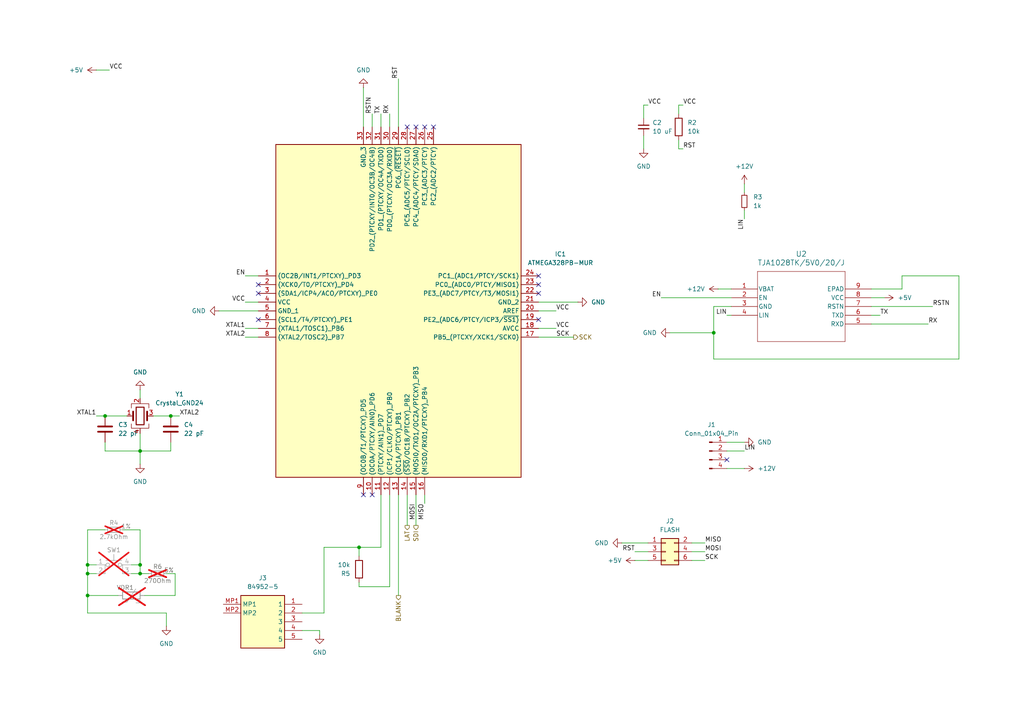
<source format=kicad_sch>
(kicad_sch (version 20250114) (generator "eeschema") (generator_version "9.0")
  (paper "A4")
  (lib_symbols
    (symbol "00_RA_Library:84952-5"
      (property "Reference" "J" (at 19.05 7.62 0))
      (property "Value" "84952-5" (at 19.05 5.08 0))
      (symbol "84952-5_1_1"
        (rectangle (start 5.08 2.54) (end 17.78 -12.7) (stroke (width 0.254)) (fill (type background)))
        (pin passive line (at 0 0 0) (length 5.08) (name "MP1") (number "MP1"))
        (pin passive line (at 0 -2.54 0) (length 5.08) (name "MP2") (number "MP2"))
        (pin passive line (at 22.86 0 180) (length 5.08) (name "1") (number "1"))
        (pin passive line (at 22.86 -2.54 180) (length 5.08) (name "2") (number "2"))
        (pin passive line (at 22.86 -5.08 180) (length 5.08) (name "3") (number "3"))
        (pin passive line (at 22.86 -7.62 180) (length 5.08) (name "4") (number "4"))
        (pin passive line (at 22.86 -10.16 180) (length 5.08) (name "5") (number "5"))
      )
    )
    (symbol "00_RA_Library:ATMEGA328PB-MUR"
      (property "Reference" "IC" (at 77.47 43.18 0))
      (property "Value" "ATMEGA328PB-MUR" (at 77.47 40.64 0))
      (symbol "ATMEGA328PB-MUR_1_1"
        (rectangle (start 5.08 38.1) (end 76.2 -58.42) (stroke (width 0.254)) (fill (type background)))
        (pin passive line (at 0 0 0) (length 5.08) (name "(OC2B/INT1/PTCXY)_PD3") (number "1"))
        (pin passive line (at 0 -2.54 0) (length 5.08) (name "(XCK0/T0/PTCXY)_PD4") (number "2"))
        (pin passive line (at 0 -5.08 0) (length 5.08) (name "(SDA1/ICP4/ACO/PTCXY)_PE0") (number "3"))
        (pin passive line (at 0 -7.62 0) (length 5.08) (name "VCC") (number "4"))
        (pin passive line (at 0 -10.16 0) (length 5.08) (name "GND_1") (number "5"))
        (pin passive line (at 0 -12.7 0) (length 5.08) (name "(SCL1/T4/PTCXY)_PE1") (number "6"))
        (pin passive line (at 0 -15.24 0) (length 5.08) (name "(XTAL1/TOSC1)_PB6") (number "7"))
        (pin passive line (at 0 -17.78 0) (length 5.08) (name "(XTAL2/TOSC2)_PB7") (number "8"))
        (pin passive line (at 30.48 43.18 270) (length 5.08) (name "GND_3") (number "33"))
        (pin passive line (at 30.48 -63.5 90) (length 5.08) (name "(OC0B/T1/PTCXY)_PD5") (number "9"))
        (pin passive line (at 33.02 43.18 270) (length 5.08) (name "PD2_(PTCXY/INT0/OC3B/OC4B)") (number "32"))
        (pin passive line (at 33.02 -63.5 90) (length 5.08) (name "(OC0A/PTCXY/AIN0)_PD6") (number "10"))
        (pin passive line (at 35.56 43.18 270) (length 5.08) (name "PD1_(PTCXY/OC4A/TXD0)") (number "31"))
        (pin passive line (at 35.56 -63.5 90) (length 5.08) (name "(PTCXY/AIN1)_PD7") (number "11"))
        (pin passive line (at 38.1 43.18 270) (length 5.08) (name "PD0_(PTCXY/OC3A/RXD0)") (number "30"))
        (pin passive line (at 38.1 -63.5 90) (length 5.08) (name "(ICP1/CLKO/PTCXY)_PB0") (number "12"))
        (pin passive line (at 40.64 43.18 270) (length 5.08) (name "PC6_(~{RESET)}") (number "29"))
        (pin passive line (at 40.64 -63.5 90) (length 5.08) (name "(OC1A/PTCXY)_PB1") (number "13"))
        (pin passive line (at 43.18 43.18 270) (length 5.08) (name "PC5_(ADC5/PTCY/SCL0)") (number "28"))
        (pin passive line (at 43.18 -63.5 90) (length 5.08) (name "(~{SS0}/OC1B/PTCXY)_PB2") (number "14"))
        (pin passive line (at 45.72 43.18 270) (length 5.08) (name "PC4_(ADC4/PTCY/SDA0)") (number "27"))
        (pin passive line (at 45.72 -63.5 90) (length 5.08) (name "(MOSI0/TXD1/OC2A/PTCXY)_PB3") (number "15"))
        (pin passive line (at 48.26 43.18 270) (length 5.08) (name "PC3_(ADC3/PTCY)") (number "26"))
        (pin passive line (at 48.26 -63.5 90) (length 5.08) (name "(MISO0/RXD1/PTCXY)_PB4") (number "16"))
        (pin passive line (at 50.8 43.18 270) (length 5.08) (name "PC2_(ADC2/PTCY)") (number "25"))
        (pin passive line (at 81.28 0 180) (length 5.08) (name "PC1_(ADC1/PTCY/SCK1)") (number "24"))
        (pin passive line (at 81.28 -2.54 180) (length 5.08) (name "PC0_(ADC0/PTCY/MISO1)") (number "23"))
        (pin passive line (at 81.28 -5.08 180) (length 5.08) (name "PE3_(ADC7/PTCY/T3/MOSI1)") (number "22"))
        (pin passive line (at 81.28 -7.62 180) (length 5.08) (name "GND_2") (number "21"))
        (pin passive line (at 81.28 -10.16 180) (length 5.08) (name "AREF") (number "20"))
        (pin passive line (at 81.28 -12.7 180) (length 5.08) (name "PE2_(ADC6/PTCY/ICP3/~{SS1)}") (number "19"))
        (pin passive line (at 81.28 -15.24 180) (length 5.08) (name "AVCC") (number "18"))
        (pin passive line (at 81.28 -17.78 180) (length 5.08) (name "PB5_(PTCXY/XCK1/SCK0)") (number "17"))
      )
    )
    (symbol "00_RA_Library:TJA1028TK_5V0_20_J" (pin_names (offset 0.254))
      (property "Reference" "U" (at 20.32 10.16 0))
      (property "Value" "TJA1028TK/5V0/20/J" (at 20.32 7.62 0))
      (symbol "TJA1028TK_5V0_20_J_0_1"
        (polyline (pts (xy 7.62 5.08) (xy 7.62 -15.24)) (stroke (width 0.127)))
        (polyline (pts (xy 7.62 -15.24) (xy 33.02 -15.24)) (stroke (width 0.127)))
        (polyline (pts (xy 33.02 5.08) (xy 7.62 5.08)) (stroke (width 0.127)))
        (polyline (pts (xy 33.02 -15.24) (xy 33.02 5.08)) (stroke (width 0.127)))
        (pin power_in line (at 0 0 0) (length 7.62) (name "VBAT") (number "1"))
        (pin input line (at 0 -2.54 0) (length 7.62) (name "EN") (number "2"))
        (pin power_in line (at 0 -5.08 0) (length 7.62) (name "GND") (number "3"))
        (pin unspecified line (at 0 -7.62 0) (length 7.62) (name "LIN") (number "4"))
        (pin unspecified line (at 40.64 0 180) (length 7.62) (name "EPAD") (number "9"))
        (pin power_in line (at 40.64 -2.54 180) (length 7.62) (name "VCC") (number "8"))
        (pin output line (at 40.64 -5.08 180) (length 7.62) (name "RSTN") (number "7"))
        (pin input line (at 40.64 -7.62 180) (length 7.62) (name "TXD") (number "6"))
        (pin output line (at 40.64 -10.16 180) (length 7.62) (name "RXD") (number "5"))
      )
    )
    (symbol "Connector:Conn_01x04_Pin" (pin_names (offset 1.016) (hide yes))
      (property "Reference" "J" (at 0 5.08 0))
      (property "Value" "Conn_01x04_Pin" (at 0 -7.62 0))
      (symbol "Conn_01x04_Pin_1_1"
        (rectangle (start 0.8636 2.667) (end 0 2.413) (stroke (width 0.1524)) (fill (type outline)))
        (rectangle (start 0.8636 0.127) (end 0 -0.127) (stroke (width 0.1524)) (fill (type outline)))
        (rectangle (start 0.8636 -2.413) (end 0 -2.667) (stroke (width 0.1524)) (fill (type outline)))
        (rectangle (start 0.8636 -4.953) (end 0 -5.207) (stroke (width 0.1524)) (fill (type outline)))
        (polyline (pts (xy 1.27 2.54) (xy 0.8636 2.54)) (stroke (width 0.1524)))
        (polyline (pts (xy 1.27 0) (xy 0.8636 0)) (stroke (width 0.1524)))
        (polyline (pts (xy 1.27 -2.54) (xy 0.8636 -2.54)) (stroke (width 0.1524)))
        (polyline (pts (xy 1.27 -5.08) (xy 0.8636 -5.08)) (stroke (width 0.1524)))
        (pin passive line (at 5.08 2.54 180) (length 3.81) (name "Pin_1") (number "1"))
        (pin passive line (at 5.08 0 180) (length 3.81) (name "Pin_2") (number "2"))
        (pin passive line (at 5.08 -2.54 180) (length 3.81) (name "Pin_3") (number "3"))
        (pin passive line (at 5.08 -5.08 180) (length 3.81) (name "Pin_4") (number "4"))
      )
    )
    (symbol "Connector_Generic:Conn_02x03_Odd_Even" (pin_names (offset 1.016) (hide yes))
      (property "Reference" "J" (at 1.27 5.08 0))
      (property "Value" "Conn_02x03_Odd_Even" (at 1.27 -5.08 0))
      (symbol "Conn_02x03_Odd_Even_1_1"
        (rectangle (start -1.27 3.81) (end 3.81 -3.81) (stroke (width 0.254)) (fill (type background)))
        (rectangle (start -1.27 2.667) (end 0 2.413) (stroke (width 0.1524)))
        (rectangle (start -1.27 0.127) (end 0 -0.127) (stroke (width 0.1524)))
        (rectangle (start -1.27 -2.413) (end 0 -2.667) (stroke (width 0.1524)))
        (rectangle (start 3.81 2.667) (end 2.54 2.413) (stroke (width 0.1524)))
        (rectangle (start 3.81 0.127) (end 2.54 -0.127) (stroke (width 0.1524)))
        (rectangle (start 3.81 -2.413) (end 2.54 -2.667) (stroke (width 0.1524)))
        (pin passive line (at -5.08 2.54 0) (length 3.81) (name "Pin_1") (number "1"))
        (pin passive line (at -5.08 0 0) (length 3.81) (name "Pin_3") (number "3"))
        (pin passive line (at -5.08 -2.54 0) (length 3.81) (name "Pin_5") (number "5"))
        (pin passive line (at 7.62 2.54 180) (length 3.81) (name "Pin_2") (number "2"))
        (pin passive line (at 7.62 0 180) (length 3.81) (name "Pin_4") (number "4"))
        (pin passive line (at 7.62 -2.54 180) (length 3.81) (name "Pin_6") (number "6"))
      )
    )
    (symbol "Device:C" (pin_numbers (hide yes)) (pin_names (offset 0.254))
      (property "Reference" "C" (at 0.635 2.54 0))
      (property "Value" "C" (at 0.635 -2.54 0))
      (symbol "C_0_1"
        (polyline (pts (xy -2.032 0.762) (xy 2.032 0.762)) (stroke (width 0.508)))
        (polyline (pts (xy -2.032 -0.762) (xy 2.032 -0.762)) (stroke (width 0.508)))
      )
      (symbol "C_1_1"
        (pin passive line (at 0 3.81 270) (length 2.794) (name "~") (number "1"))
        (pin passive line (at 0 -3.81 90) (length 2.794) (name "~") (number "2"))
      )
    )
    (symbol "Device:C_Small" (pin_numbers (hide yes)) (pin_names (offset 0.254) (hide yes))
      (property "Reference" "C" (at 0.254 1.778 0))
      (property "Value" "C_Small" (at 0.254 -2.032 0))
      (symbol "C_Small_0_1"
        (polyline (pts (xy -1.524 0.508) (xy 1.524 0.508)) (stroke (width 0.3048)))
        (polyline (pts (xy -1.524 -0.508) (xy 1.524 -0.508)) (stroke (width 0.3302)))
      )
      (symbol "C_Small_1_1"
        (pin passive line (at 0 2.54 270) (length 2.032) (name "~") (number "1"))
        (pin passive line (at 0 -2.54 90) (length 2.032) (name "~") (number "2"))
      )
    )
    (symbol "Device:Crystal_GND24" (pin_names (offset 1.016) (hide yes))
      (property "Reference" "Y" (at 3.175 5.08 0))
      (property "Value" "Crystal_GND24" (at 3.175 3.175 0))
      (symbol "Crystal_GND24_0_1"
        (polyline (pts (xy -2.54 2.286) (xy -2.54 3.556) (xy 2.54 3.556) (xy 2.54 2.286)))
        (polyline (pts (xy -2.54 0) (xy -2.032 0)))
        (polyline (pts (xy -2.54 -2.286) (xy -2.54 -3.556) (xy 2.54 -3.556) (xy 2.54 -2.286)))
        (polyline (pts (xy -2.032 -1.27) (xy -2.032 1.27)) (stroke (width 0.508)))
        (rectangle (start -1.143 2.54) (end 1.143 -2.54) (stroke (width 0.3048)))
        (polyline (pts (xy 0 3.556) (xy 0 3.81)))
        (polyline (pts (xy 0 -3.81) (xy 0 -3.556)))
        (polyline (pts (xy 2.032 0) (xy 2.54 0)))
        (polyline (pts (xy 2.032 -1.27) (xy 2.032 1.27)) (stroke (width 0.508)))
      )
      (symbol "Crystal_GND24_1_1"
        (pin passive line (at -3.81 0 0) (length 1.27) (name "1") (number "1"))
        (pin passive line (at 0 5.08 270) (length 1.27) (name "2") (number "2"))
        (pin passive line (at 0 -5.08 90) (length 1.27) (name "4") (number "4"))
        (pin passive line (at 3.81 0 180) (length 1.27) (name "3") (number "3"))
      )
    )
    (symbol "Device:R" (pin_numbers (hide yes)) (pin_names (offset 0))
      (property "Reference" "R" (at 2.032 0 90))
      (property "Value" "R" (at 0 0 90))
      (symbol "R_0_1"
        (rectangle (start -1.016 -2.54) (end 1.016 2.54) (stroke (width 0.254)))
      )
      (symbol "R_1_1"
        (pin passive line (at 0 3.81 270) (length 1.27) (name "~") (number "1"))
        (pin passive line (at 0 -3.81 90) (length 1.27) (name "~") (number "2"))
      )
    )
    (symbol "Device:R_Small" (pin_numbers (hide yes)) (pin_names (offset 0.254) (hide yes))
      (property "Reference" "R" (at 0.762 0.508 0))
      (property "Value" "R_Small" (at 0.762 -1.016 0))
      (symbol "R_Small_0_1"
        (rectangle (start -0.762 1.778) (end 0.762 -1.778) (stroke (width 0.2032)))
      )
      (symbol "R_Small_1_1"
        (pin passive line (at 0 2.54 270) (length 0.762) (name "~") (number "1"))
        (pin passive line (at 0 -2.54 90) (length 0.762) (name "~") (number "2"))
      )
    )
    (symbol "Device:Varistor" (pin_numbers (hide yes)) (pin_names (offset 0))
      (property "Reference" "RV" (at 3.175 0 90))
      (property "Value" "Varistor" (at -3.175 0 90))
      (symbol "Varistor_0_0"
        (text "U" (at -1.778 -2.032 0) (effects (font (size 1.27 1.27))))
      )
      (symbol "Varistor_0_1"
        (polyline (pts (xy -1.905 2.54) (xy -1.905 1.27) (xy 1.905 -1.27)))
        (rectangle (start -1.016 -2.54) (end 1.016 2.54) (stroke (width 0.254)))
      )
      (symbol "Varistor_1_1"
        (pin passive line (at 0 3.81 270) (length 1.27) (name "~") (number "1"))
        (pin passive line (at 0 -3.81 90) (length 1.27) (name "~") (number "2"))
      )
    )
    (symbol "Switch:SW_MEC_5E" (pin_names (offset 1.016) (hide yes))
      (property "Reference" "SW" (at 0.635 5.715 0))
      (property "Value" "SW_MEC_5E" (at 0 -3.175 0))
      (symbol "SW_MEC_5E_0_1"
        (polyline (pts (xy -2.54 0) (xy -2.54 2.54) (xy -2.286 2.54)))
        (polyline (pts (xy -2.286 3.81) (xy 2.286 3.81)))
        (circle (center -1.778 2.54) (radius 0.508))
        (polyline (pts (xy 0 3.81) (xy 0 5.588)))
        (circle (center 1.778 2.54) (radius 0.508))
        (polyline (pts (xy 2.54 0) (xy 2.54 2.54) (xy 2.286 2.54)))
        (pin passive line (at -5.08 2.54 0) (length 2.54) (name "1") (number "1"))
        (pin passive line (at -5.08 0 0) (length 2.54) (name "2") (number "2"))
        (pin passive line (at 5.08 2.54 180) (length 2.54) (name "A") (number "4"))
        (pin passive line (at 5.08 0 180) (length 2.54) (name "K") (number "3"))
      )
    )
    (symbol "power:+12V" (power) (pin_numbers (hide yes)) (pin_names (offset 0) (hide yes))
      (property "Value" "+12V" (at 0 3.556 0))
      (symbol "+12V_0_1"
        (polyline (pts (xy -0.762 1.27) (xy 0 2.54)))
        (polyline (pts (xy 0 2.54) (xy 0.762 1.27)))
        (polyline (pts (xy 0 0) (xy 0 2.54)))
      )
      (symbol "+12V_1_1"
        (pin power_in line (at 0 0 90) (length 0) (name "~") (number "1"))
      )
    )
    (symbol "power:+5V" (power) (pin_numbers (hide yes)) (pin_names (offset 0) (hide yes))
      (property "Value" "+5V" (at 0 3.556 0))
      (symbol "+5V_0_1"
        (polyline (pts (xy -0.762 1.27) (xy 0 2.54)))
        (polyline (pts (xy 0 2.54) (xy 0.762 1.27)))
        (polyline (pts (xy 0 0) (xy 0 2.54)))
      )
      (symbol "+5V_1_1"
        (pin power_in line (at 0 0 90) (length 0) (name "~") (number "1"))
      )
    )
    (symbol "power:GND" (power) (pin_numbers (hide yes)) (pin_names (offset 0) (hide yes))
      (property "Value" "GND" (at 0 -3.81 0))
      (symbol "GND_0_1"
        (polyline (pts (xy 0 0) (xy 0 -1.27) (xy 1.27 -1.27) (xy 0 -2.54) (xy -1.27 -1.27) (xy 0 -1.27)))
      )
      (symbol "GND_1_1"
        (pin power_in line (at 0 0 270) (length 0) (name "~") (number "1"))
      )
    )
  )
  (junction (at 40.64 130.81))
  (junction (at 25.4 166.37))
  (junction (at 30.48 120.65))
  (junction (at 104.14 158.75))
  (junction (at 207.01 96.52))
  (junction (at 40.64 166.37))
  (junction (at 49.53 120.65))
  (junction (at 25.4 172.72))
  (junction (at 40.64 163.83))
  (junction (at 25.4 163.83))
  (no_connect (at 156.21 92.71))
  (no_connect (at 107.95 143.51))
  (no_connect (at 74.93 92.71))
  (no_connect (at 125.73 36.83))
  (no_connect (at 156.21 82.55))
  (no_connect (at 210.82 133.35))
  (no_connect (at 123.19 36.83))
  (no_connect (at 74.93 85.09))
  (no_connect (at 156.21 85.09))
  (no_connect (at 118.11 36.83))
  (no_connect (at 120.65 36.83))
  (no_connect (at 156.21 80.01))
  (no_connect (at 74.93 82.55))
  (no_connect (at 105.41 143.51))
  (wire (pts (xy 25.4 177.8) (xy 48.26 177.8)))
  (wire (pts (xy 186.69 30.48) (xy 187.96 30.48)))
  (wire (pts (xy 215.9 53.34) (xy 215.9 55.88)))
  (wire (pts (xy 184.15 162.56) (xy 187.96 162.56)))
  (wire (pts (xy 105.41 25.4) (xy 105.41 36.83)))
  (wire (pts (xy 191.77 86.36) (xy 212.09 86.36)))
  (wire (pts (xy 200.66 162.56) (xy 204.47 162.56)))
  (wire (pts (xy 104.14 170.18) (xy 113.03 170.18)))
  (wire (pts (xy 261.62 83.82) (xy 261.62 80.01)))
  (wire (pts (xy 40.64 163.83) (xy 40.64 153.67)))
  (wire (pts (xy 208.28 83.82) (xy 212.09 83.82)))
  (wire (pts (xy 123.19 143.51) (xy 123.19 146.05)))
  (wire (pts (xy 49.53 120.65) (xy 52.07 120.65)))
  (wire (pts (xy 118.11 143.51) (xy 118.11 152.4)))
  (wire (pts (xy 120.65 143.51) (xy 120.65 152.4)))
  (wire (pts (xy 252.73 88.9) (xy 270.51 88.9)))
  (wire (pts (xy 210.82 135.89) (xy 215.9 135.89)))
  (wire (pts (xy 40.64 125.73) (xy 40.64 130.81)))
  (wire (pts (xy 30.48 130.81) (xy 40.64 130.81)))
  (wire (pts (xy 92.71 182.88) (xy 92.71 184.15)))
  (wire (pts (xy 252.73 86.36) (xy 256.54 86.36)))
  (wire (pts (xy 71.12 95.25) (xy 74.93 95.25)))
  (wire (pts (xy 156.21 95.25) (xy 161.29 95.25)))
  (wire (pts (xy 25.4 172.72) (xy 25.4 177.8)))
  (wire (pts (xy 104.14 158.75) (xy 104.14 161.29)))
  (wire (pts (xy 184.15 160.02) (xy 187.96 160.02)))
  (wire (pts (xy 25.4 172.72) (xy 34.29 172.72)))
  (wire (pts (xy 40.64 153.67) (xy 35.56 153.67)))
  (wire (pts (xy 38.1 166.37) (xy 40.64 166.37)))
  (wire (pts (xy 252.73 93.98) (xy 269.24 93.98)))
  (wire (pts (xy 40.64 166.37) (xy 43.18 166.37)))
  (wire (pts (xy 115.57 143.51) (xy 115.57 172.72)))
  (wire (pts (xy 207.01 88.9) (xy 212.09 88.9)))
  (wire (pts (xy 196.85 43.18) (xy 198.12 43.18)))
  (wire (pts (xy 25.4 163.83) (xy 27.94 163.83)))
  (wire (pts (xy 252.73 83.82) (xy 261.62 83.82)))
  (wire (pts (xy 196.85 30.48) (xy 198.12 30.48)))
  (wire (pts (xy 41.91 172.72) (xy 50.8 172.72)))
  (wire (pts (xy 93.98 158.75) (xy 104.14 158.75)))
  (wire (pts (xy 207.01 96.52) (xy 207.01 104.14)))
  (wire (pts (xy 186.69 34.29) (xy 186.69 30.48)))
  (wire (pts (xy 71.12 80.01) (xy 74.93 80.01)))
  (wire (pts (xy 27.94 20.32) (xy 31.75 20.32)))
  (wire (pts (xy 196.85 40.64) (xy 196.85 43.18)))
  (wire (pts (xy 278.13 80.01) (xy 278.13 104.14)))
  (wire (pts (xy 200.66 157.48) (xy 204.47 157.48)))
  (wire (pts (xy 110.49 143.51) (xy 110.49 158.75)))
  (wire (pts (xy 71.12 87.63) (xy 74.93 87.63)))
  (wire (pts (xy 71.12 97.79) (xy 74.93 97.79)))
  (wire (pts (xy 40.64 130.81) (xy 40.64 134.62)))
  (wire (pts (xy 210.82 128.27) (xy 215.9 128.27)))
  (wire (pts (xy 48.26 166.37) (xy 50.8 166.37)))
  (wire (pts (xy 113.03 33.02) (xy 113.03 36.83)))
  (wire (pts (xy 104.14 158.75) (xy 110.49 158.75)))
  (wire (pts (xy 49.53 128.27) (xy 49.53 130.81)))
  (wire (pts (xy 48.26 177.8) (xy 48.26 181.61)))
  (wire (pts (xy 40.64 163.83) (xy 40.64 166.37)))
  (wire (pts (xy 113.03 143.51) (xy 113.03 170.18)))
  (wire (pts (xy 200.66 160.02) (xy 204.47 160.02)))
  (wire (pts (xy 252.73 91.44) (xy 255.27 91.44)))
  (wire (pts (xy 87.63 177.8) (xy 93.98 177.8)))
  (wire (pts (xy 25.4 153.67) (xy 25.4 163.83)))
  (wire (pts (xy 156.21 87.63) (xy 167.64 87.63)))
  (wire (pts (xy 207.01 96.52) (xy 207.01 88.9)))
  (wire (pts (xy 156.21 90.17) (xy 161.29 90.17)))
  (wire (pts (xy 50.8 166.37) (xy 50.8 172.72)))
  (wire (pts (xy 180.34 157.48) (xy 187.96 157.48)))
  (wire (pts (xy 186.69 43.18) (xy 186.69 39.37)))
  (wire (pts (xy 104.14 168.91) (xy 104.14 170.18)))
  (wire (pts (xy 38.1 163.83) (xy 40.64 163.83)))
  (wire (pts (xy 63.5 90.17) (xy 74.93 90.17)))
  (wire (pts (xy 110.49 33.02) (xy 110.49 36.83)))
  (wire (pts (xy 25.4 163.83) (xy 25.4 166.37)))
  (wire (pts (xy 30.48 120.65) (xy 36.83 120.65)))
  (wire (pts (xy 25.4 166.37) (xy 27.94 166.37)))
  (wire (pts (xy 261.62 80.01) (xy 278.13 80.01)))
  (wire (pts (xy 210.82 91.44) (xy 212.09 91.44)))
  (wire (pts (xy 30.48 153.67) (xy 25.4 153.67)))
  (wire (pts (xy 40.64 130.81) (xy 49.53 130.81)))
  (wire (pts (xy 30.48 128.27) (xy 30.48 130.81)))
  (wire (pts (xy 156.21 97.79) (xy 166.37 97.79)))
  (wire (pts (xy 44.45 120.65) (xy 49.53 120.65)))
  (wire (pts (xy 27.94 120.65) (xy 30.48 120.65)))
  (wire (pts (xy 93.98 177.8) (xy 93.98 158.75)))
  (wire (pts (xy 210.82 130.81) (xy 215.9 130.81)))
  (wire (pts (xy 194.31 96.52) (xy 207.01 96.52)))
  (wire (pts (xy 107.95 33.02) (xy 107.95 36.83)))
  (wire (pts (xy 115.57 22.86) (xy 115.57 36.83)))
  (wire (pts (xy 215.9 60.96) (xy 215.9 63.5)))
  (wire (pts (xy 278.13 104.14) (xy 207.01 104.14)))
  (wire (pts (xy 196.85 33.02) (xy 196.85 30.48)))
  (wire (pts (xy 87.63 182.88) (xy 92.71 182.88)))
  (wire (pts (xy 40.64 113.03) (xy 40.64 115.57)))
  (wire (pts (xy 25.4 166.37) (xy 25.4 172.72)))
  (label "XTAL1" (at 71.12 95.25 180))
  (label "TX" (at 110.49 33.02 90))
  (label "XTAL2" (at 71.12 97.79 180))
  (label "EN" (at 71.12 80.01 180))
  (label "TX" (at 255.27 91.44 0))
  (label "VCC" (at 161.29 90.17 0))
  (label "RX" (at 113.03 33.02 90))
  (label "LIN" (at 210.82 91.44 180))
  (label "RSTN" (at 107.95 33.02 90))
  (label "LIN" (at 215.9 63.5 270))
  (label "MISO" (at 123.19 146.05 270))
  (label "VCC" (at 161.29 95.25 0))
  (label "MISO" (at 204.47 157.48 0))
  (label "VCC" (at 187.96 30.48 0))
  (label "VCC" (at 71.12 87.63 180))
  (label "MOSI" (at 120.65 146.05 270))
  (label "EN" (at 191.77 86.36 180))
  (label "SCK" (at 204.47 162.56 0))
  (label "SCK" (at 161.29 97.79 0))
  (label "RSTN" (at 270.51 88.9 0))
  (label "VCC" (at 198.12 30.48 0))
  (label "XTAL2" (at 52.07 120.65 0))
  (label "XTAL1" (at 27.94 120.65 180))
  (label "RST" (at 115.57 22.86 90))
  (label "LIN" (at 215.9 130.81 0))
  (label "MOSI" (at 204.47 160.02 0))
  (label "RX" (at 269.24 93.98 0))
  (label "RST" (at 198.12 43.18 0))
  (label "RST" (at 184.15 160.02 180))
  (label "VCC" (at 31.75 20.32 0))
  (hierarchical_label "SDI" (shape output) (at 120.65 152.4 270))
  (hierarchical_label "BLANK" (shape output) (at 115.57 172.72 270))
  (hierarchical_label "SCK" (shape output) (at 166.37 97.79 0))
  (hierarchical_label "LAT" (shape output) (at 118.11 152.4 270))
  (symbol (lib_id "Device:R") (at 104.14 165.1 180) (unit 1)
    (property "Reference" "R5" (at 101.6 166.3701 0) (effects (justify left)))
    (property "Value" "10k" (at 101.6 163.8301 0) (effects (justify left)))
    (property "Footprint" "Resistor_SMD:R_0603_1608Metric" (effects (hide yes)))
    (property "Datasheet" "https://docs.rs-online.com/ffa0/0900766b8157cb74.pdf" (effects (hide yes)))
    (property "Defined" "YES" (effects (hide yes)))
    (property "Order cost" "10" (effects (hide yes)))
    (property "RS Code" "804-9000" (effects (hide yes)))
    (property "Unit cost" "0.002" (effects (hide yes)))
    (property "min order" "5000" (effects (hide yes)))
    (property "JLCPCB Part #" "C98220" (effects (hide yes)))
    (property "JLCPCB url" "https://www.lcsc.com/product-detail/Chip-Resistor-Surface-Mount_YAGEO-RC0603FR-0710KL_C98220.html" (effects (hide yes)))
    (property "Manufacturer_Part_Number" "RN73H1JTTD1002F25" (effects (hide yes)))
    (property "Mouser Part Number" "660-RN73H1TD1002F25 " (effects (hide yes)))
    (property "Mouser Price/Stock" "https://www.mouser.it/ProductDetail/KOA-Speer/RN73H1JTTD1002F25?qs=0hon8nwgHraAy82mnZVrzw%3D%3D" (effects (hide yes)))
    (property "PiecePrice" "0.058" (effects (hide yes)))
    (property "N. Mouser" "660-RN73H1TD1002F25 " (effects (hide yes)))
  )
  (symbol (lib_id "power:GND") (at 63.5 90.17 270) (unit 1)
    (property "Reference" "#PWR025" (effects (hide yes)))
    (property "Value" "GND" (at 59.69 90.1699 90) (effects (justify right)))
    (property "Description" "Power symbol creates a global label with name \"GND\" , ground" (effects (hide yes)))
  )
  (symbol (lib_id "Device:R") (at 196.85 36.83 0) (unit 1)
    (property "Reference" "R2" (at 199.39 35.5599 0) (effects (justify left)))
    (property "Value" "10k" (at 199.39 38.0999 0) (effects (justify left)))
    (property "Footprint" "Resistor_SMD:R_0603_1608Metric" (effects (hide yes)))
    (property "Datasheet" "https://docs.rs-online.com/ffa0/0900766b8157cb74.pdf" (effects (hide yes)))
    (property "Defined" "YES" (effects (hide yes)))
    (property "Order cost" "10" (effects (hide yes)))
    (property "RS Code" "804-9000" (effects (hide yes)))
    (property "Unit cost" "0.002" (effects (hide yes)))
    (property "min order" "5000" (effects (hide yes)))
    (property "JLCPCB Part #" "C98220" (effects (hide yes)))
    (property "JLCPCB url" "https://www.lcsc.com/product-detail/Chip-Resistor-Surface-Mount_YAGEO-RC0603FR-0710KL_C98220.html" (effects (hide yes)))
    (property "Manufacturer_Part_Number" "RN73H1JTTD1002F25" (effects (hide yes)))
    (property "Mouser Part Number" "660-RN73H1TD1002F25 " (effects (hide yes)))
    (property "Mouser Price/Stock" "https://www.mouser.it/ProductDetail/KOA-Speer/RN73H1JTTD1002F25?qs=0hon8nwgHraAy82mnZVrzw%3D%3D" (effects (hide yes)))
    (property "PiecePrice" "0.058" (effects (hide yes)))
    (property "N. Mouser" "660-RN73H1TD1002F25 " (effects (hide yes)))
  )
  (symbol (lib_id "power:+12V") (at 208.28 83.82 90) (unit 1)
    (property "Reference" "#PWR022" (effects (hide yes)))
    (property "Value" "+12V" (at 204.47 83.8199 90) (effects (justify left)))
    (property "Description" "Power symbol creates a global label with name \"+12V\"" (effects (hide yes)))
  )
  (symbol (lib_id "Connector:Conn_01x04_Pin") (at 205.74 130.81 0) (unit 1)
    (property "Reference" "J1" (at 206.375 123.19 0))
    (property "Value" "Conn_01x04_Pin" (at 206.375 125.73 0))
    (property "Footprint" "00_RA_Library:MCON1.2-4" (effects (hide yes)))
    (property "Description" "Generic connector, single row, 01x04, script generated" (effects (hide yes)))
  )
  (symbol (lib_id "power:GND") (at 48.26 181.61 0) (unit 1)
    (property "Reference" "#PWR033" (effects (hide yes)))
    (property "Value" "GND" (at 48.26 186.69 0))
    (property "Description" "Power symbol creates a global label with name \"GND\" , ground" (effects (hide yes)))
  )
  (symbol (lib_id "Device:C") (at 30.48 124.46 0) (unit 1)
    (property "Reference" "C3" (at 34.29 123.1899 0) (effects (justify left)))
    (property "Value" "22 pF" (at 34.29 125.7299 0) (effects (justify left)))
    (property "Footprint" "Capacitor_SMD:C_0805_2012Metric" (effects (hide yes)))
    (property "Datasheet" "https://www.mouser.it/ProductDetail/KEMET/C0805C220J5GACTU?qs=4DgSOGFclrMUW3bJDWrdLw%3D%3D" (effects (hide yes)))
    (property "Description" "Unpolarized capacitor" (effects (hide yes)))
    (property "JLCPCB Part #" "C24658" (effects (hide yes)))
    (property "JLCPCB url" "https://www.lcsc.com/product-detail/Multilayer-Ceramic-Capacitors-MLCC-SMD-SMT_FH-Guangdong-Fenghua-Advanced-Tech-0805CG220J500NT_C24658.html" (effects (hide yes)))
    (property "Manufacturer_Part_Number" "C0805C220J5GACTU" (effects (hide yes)))
    (property "Mouser Part Number" "80-C0805C220J5G " (effects (hide yes)))
    (property "Mouser Price/Stock" "https://www.mouser.it/ProductDetail/KEMET/C0805C220J5GACTU?qs=4DgSOGFclrMUW3bJDWrdLw%3D%3D" (effects (hide yes)))
    (property "PiecePrice" "0.093" (effects (hide yes)))
    (property "N. Mouser" "80-C0805C220J5G " (effects (hide yes)))
  )
  (symbol (lib_id "Device:R_Small") (at 45.72 166.37 90) (unit 1) (dnp yes)
    (property "Reference" "R6" (at 45.72 164.338 90))
    (property "Value" "270Ohm" (at 45.72 169.164 90) (effects (justify top)))
    (property "Footprint" "Resistor_SMD:R_0603_1608Metric" (effects (hide yes)))
    (property "Datasheet" "https://www.mouser.it/ProductDetail/Panasonic/ERJ-UP3J271V?qs=sGAEpiMZZMvdGkrng054twq3eZrCFN89CRGq0vkED3GIz9MD41NHjg%3D%3D" (effects (hide yes)))
    (property "Description" "Resistor, small symbol" (effects (hide yes)))
    (property "Accuracy" "5%" (at 49.022 165.354 90))
    (property "Piece price" "0.014" (effects (hide yes)))
  )
  (symbol (lib_id "power:GND") (at 40.64 113.03 180) (unit 1)
    (property "Reference" "#PWR027" (effects (hide yes)))
    (property "Value" "GND" (at 40.64 107.95 0))
    (property "Description" "Power symbol creates a global label with name \"GND\" , ground" (effects (hide yes)))
  )
  (symbol (lib_id "00_RA_Library:ATMEGA328PB-MUR") (at 74.93 80.01 0) (unit 1)
    (property "Reference" "IC1" (at 162.56 73.6914 0))
    (property "Value" "ATMEGA328PB-MUR" (at 162.56 76.2314 0))
    (property "Footprint" "00_RA_Library:QFN50P500X500X90-33N-D" (effects (hide yes)))
    (property "Datasheet" "https://www.mouser.co.uk/ProductDetail/Microchip-Technology/ATMEGA328PB-MUR?qs=jy4bLUHv09h%252BRulxGnXmIQ%3D%3D" (effects (hide yes)))
    (property "Description" "8-bit Microcontrollers - MCU ATMEGA328PB IND TEMP QFN T&R" (effects (hide yes)))
    (property "Height" "0.9" (effects (hide yes)))
    (property "Mouser Part Number" "556-ATMEGA328PB-MUR" (effects (hide yes)))
    (property "Mouser Price/Stock" "https://www.mouser.co.uk/ProductDetail/Microchip-Technology/ATMEGA328PB-MUR?qs=jy4bLUHv09h%252BRulxGnXmIQ%3D%3D" (effects (hide yes)))
    (property "Manufacturer_Name" "Microchip" (effects (hide yes)))
    (property "Manufacturer_Part_Number" "ATMEGA328PB-MUR" (effects (hide yes)))
    (property "N. Mouser" "556-ATMEGA328PB-MUR" (effects (hide yes)))
    (property "JLCPCB Part #" "C2651953" (effects (hide yes)))
    (property "JLCPCB url" "https://www.lcsc.com/product-detail/Microcontrollers-MCU-MPU-SOC_Microchip-Tech-ATMEGA328PB-MUR_C2651953.html" (effects (hide yes)))
    (property "PiecePrice" "1.476" (effects (hide yes)))
  )
  (symbol (lib_id "power:GND") (at 92.71 184.15 0) (unit 1)
    (property "Reference" "#PWR034" (effects (hide yes)))
    (property "Value" "GND" (at 92.71 189.23 0))
    (property "Description" "Power symbol creates a global label with name \"GND\" , ground" (effects (hide yes)))
  )
  (symbol (lib_id "Device:Varistor") (at 38.1 172.72 90) (unit 1) (dnp yes)
    (property "Reference" "VDR1" (at 36.322 170.434 90))
    (property "Value" "Varistor" (effects (hide yes)))
    (property "Footprint" "Resistor_SMD:R_0603_1608Metric" (effects (hide yes)))
    (property "Datasheet" "https://www.mouser.it/ProductDetail/Bourns/BVRA0603-30PFR?qs=olJun0bQHM%252BLYXx%2FoBp8dg%3D%3D" (effects (hide yes)))
    (property "Description" "Voltage dependent resistor" (effects (hide yes)))
    (property "Sim.Name" "kicad_builtin_varistor" (effects (hide yes)))
    (property "Sim.Device" "SUBCKT" (effects (hide yes)))
    (property "Sim.Pins" "1=A 2=B" (effects (hide yes)))
    (property "Sim.Params" "threshold=1k" (effects (hide yes)))
    (property "Sim.Library" "${KICAD7_SYMBOL_DIR}/Simulation_SPICE.sp" (effects (hide yes)))
    (property "Piece price" "0.067" (effects (hide yes)))
  )
  (symbol (lib_id "Device:Crystal_GND24") (at 40.64 120.65 0) (unit 1)
    (property "Reference" "Y1" (at 52.07 114.3314 0))
    (property "Value" "Crystal_GND24" (at 52.07 116.8714 0))
    (property "Footprint" "Crystal:Crystal_SMD_2520-4Pin_2.5x2.0mm" (effects (hide yes)))
    (property "Datasheet" "https://www.mouser.it/ProductDetail/Wurth-Elektronik/830069392?qs=2WXlatMagcH4CTcxp1vVcA%3D%3D" (effects (hide yes)))
    (property "Description" "Four pin crystal, GND on pins 2 and 4" (effects (hide yes)))
    (property "JLCPCB Part #" "C655061" (effects (hide yes)))
    (property "JLCPCB url" "https://www.lcsc.com/product-detail/Crystals_HD-7C016000MW1_C655061.html" (effects (hide yes)))
    (property "Manufacturer_Part_Number" "830069392" (effects (hide yes)))
    (property "Mouser Part Number" "710-830069392" (effects (hide yes)))
    (property "Mouser Price/Stock" "https://www.mouser.it/ProductDetail/Wurth-Elektronik/830069392?qs=2WXlatMagcH4CTcxp1vVcA%3D%3D" (effects (hide yes)))
    (property "PiecePrice" "0.349" (effects (hide yes)))
    (property "N. Mouser" "710-830069392" (effects (hide yes)))
  )
  (symbol (lib_id "power:GND") (at 194.31 96.52 270) (unit 1)
    (property "Reference" "#PWR026" (effects (hide yes)))
    (property "Value" "GND" (at 190.5 96.5199 90) (effects (justify right)))
    (property "Description" "Power symbol creates a global label with name \"GND\" , ground" (effects (hide yes)))
  )
  (symbol (lib_id "00_RA_Library:84952-5") (at 64.77 175.26 0) (unit 1) (in_bom no)
    (property "Reference" "J3" (at 76.2 167.64 0))
    (property "Value" "84952-5" (at 76.2 170.18 0))
    (property "Footprint" "00_RA_Library:849525" (effects (hide yes)))
    (property "Datasheet" "https://www.te.com/commerce/DocumentDelivery/DDEController?Action=srchrtrv&DocNm=5-1773461-0_Standard_FPC_Connectors_QRG&DocType=Data%20Sheet&DocLang=English&PartCntxt=84952-5&DocFormat=pdf" (effects (hide yes)))
    (property "Description" "Body Features: Primary Product Color Natural | Configuration Features: Number of Rows 1 | Compatible With Wire & Cable Type FFC | Compatible With Wire & Cable Type FPC | Number of Positions 5 | PCB Mount Orientation Right Angle | Contact Features: Contact Layout Inline | Contact Mating Area Plating Material Thickness 2 MICM | Contact Type Socket | PCB Contact Termination Area Plating Material Finish Bright | PCB Contact Termination Area Plating Material Thickness 78.74 MICIN | PCB Contact Termination Area P" (effects (hide yes)))
    (property "Height" "2.74" (effects (hide yes)))
    (property "Mouser Part Number" "571-84952-5" (effects (hide yes)))
    (property "Mouser Price/Stock" "https://www.mouser.co.uk/ProductDetail/TE-Connectivity/84952-5?qs=uUkeXfjQ8uRTlEPRVl9LMg%3D%3D" (effects (hide yes)))
    (property "Manufacturer_Name" "TE Connectivity" (effects (hide yes)))
    (property "Manufacturer_Part_Number" "84952-5" (effects (hide yes)))
  )
  (symbol (lib_id "power:+12V") (at 215.9 135.89 270) (unit 1)
    (property "Reference" "#PWR030" (effects (hide yes)))
    (property "Value" "+12V" (at 219.71 135.8899 90) (effects (justify left)))
    (property "Description" "Power symbol creates a global label with name \"+12V\"" (effects (hide yes)))
  )
  (symbol (lib_id "Device:C_Small") (at 186.69 36.83 0) (unit 1)
    (property "Reference" "C2" (at 189.23 35.5662 0) (effects (justify left)))
    (property "Value" "10 uF" (at 189.23 38.1062 0) (effects (justify left)))
    (property "Footprint" "Capacitor_SMD:C_0805_2012Metric" (effects (hide yes)))
    (property "Datasheet" "https://www.mouser.it/ProductDetail/Samsung-Electro-Mechanics/CL21B106KOYNNWE?qs=sGAEpiMZZMvsSlwiRhF8qrQG6leidpLjTV%2FzSgrCWV0mOZ0mnqI%252BXQ%3D%3D" (effects (hide yes)))
    (property "Defined" "YES" (effects (hide yes)))
    (property "Order cost" "0.775" (effects (hide yes)))
    (property "RS Code" "264-4416" (effects (hide yes)))
    (property "Unit cost" "0.031" (effects (hide yes)))
    (property "min order" "25" (effects (hide yes)))
    (property "JLCPCB Part #" "C89827" (effects (hide yes)))
    (property "JLCPCB url" "https://www.lcsc.com/product-detail/Multilayer-Ceramic-Capacitors-MLCC-SMD-SMT_YAGEO-CC0805KKX5R7BB106_C89827.html" (effects (hide yes)))
    (property "Manufacturer_Part_Number" "C0805C104K5RACTU" (effects (hide yes)))
    (property "Mouser Part Number" "187-CL21B106KOYNNWE " (effects (hide yes)))
    (property "Mouser Price/Stock" "https://www.mouser.it/ProductDetail/Samsung-Electro-Mechanics/CL21B106KOYNNWE?qs=sGAEpiMZZMvsSlwiRhF8qrQG6leidpLjTV%2FzSgrCWV0mOZ0mnqI%252BXQ%3D%3D" (effects (hide yes)))
    (property "PiecePrice" "0.038" (effects (hide yes)))
    (property "N. Mouser" "80-C0805C104K5R " (effects (hide yes)))
  )
  (symbol (lib_id "power:+5V") (at 256.54 86.36 270) (unit 1)
    (property "Reference" "#PWR023" (effects (hide yes)))
    (property "Value" "+5V" (at 260.35 86.3599 90) (effects (justify left)))
    (property "Description" "Power symbol creates a global label with name \"+5V\"" (effects (hide yes)))
  )
  (symbol (lib_id "power:+12V") (at 215.9 53.34 0) (unit 1)
    (property "Reference" "#PWR021" (effects (hide yes)))
    (property "Value" "+12V" (at 215.9 48.26 0))
    (property "Description" "Power symbol creates a global label with name \"+12V\"" (effects (hide yes)))
  )
  (symbol (lib_id "power:GND") (at 186.69 43.18 0) (unit 1)
    (property "Reference" "#PWR020" (effects (hide yes)))
    (property "Value" "GND" (at 186.69 48.26 0))
  )
  (symbol (lib_id "Device:C") (at 49.53 124.46 0) (unit 1)
    (property "Reference" "C4" (at 53.34 123.1899 0) (effects (justify left)))
    (property "Value" "22 pF" (at 53.34 125.7299 0) (effects (justify left)))
    (property "Footprint" "Capacitor_SMD:C_0805_2012Metric" (effects (hide yes)))
    (property "Datasheet" "https://www.mouser.it/ProductDetail/KEMET/C0805C220J5GACTU?qs=4DgSOGFclrMUW3bJDWrdLw%3D%3D" (effects (hide yes)))
    (property "Description" "Unpolarized capacitor" (effects (hide yes)))
    (property "JLCPCB Part #" "C24658" (effects (hide yes)))
    (property "JLCPCB url" "https://www.lcsc.com/product-detail/Multilayer-Ceramic-Capacitors-MLCC-SMD-SMT_FH-Guangdong-Fenghua-Advanced-Tech-0805CG220J500NT_C24658.html" (effects (hide yes)))
    (property "Manufacturer_Part_Number" "C0805C220J5GACTU" (effects (hide yes)))
    (property "Mouser Part Number" "80-C0805C220J5G " (effects (hide yes)))
    (property "Mouser Price/Stock" "https://www.mouser.it/ProductDetail/KEMET/C0805C220J5GACTU?qs=4DgSOGFclrMUW3bJDWrdLw%3D%3D" (effects (hide yes)))
    (property "PiecePrice" "0.093" (effects (hide yes)))
    (property "N. Mouser" "80-C0805C220J5G " (effects (hide yes)))
  )
  (symbol (lib_id "power:GND") (at 105.41 25.4 180) (unit 1)
    (property "Reference" "#PWR019" (effects (hide yes)))
    (property "Value" "GND" (at 105.41 20.32 0))
    (property "Description" "Power symbol creates a global label with name \"GND\" , ground" (effects (hide yes)))
  )
  (symbol (lib_id "Device:R_Small") (at 33.02 153.67 90) (unit 1) (dnp yes)
    (property "Reference" "R4" (at 33.02 151.638 90))
    (property "Value" "2.7kOhm" (at 33.02 155.702 90))
    (property "Footprint" "Resistor_SMD:R_0603_1608Metric" (effects (hide yes)))
    (property "Datasheet" "https://www.mouser.it/ProductDetail/Panasonic/ERJ-U03F2701V?qs=sGAEpiMZZMvdGkrng054t8g%252BxuOuacLZQioK1PqUqho%3D" (effects (hide yes)))
    (property "Description" "Resistor, small symbol" (effects (hide yes)))
    (property "Accuracy" "1%" (at 36.576 152.654 90))
    (property "Piece price" "0.012" (effects (hide yes)))
  )
  (symbol (lib_id "power:GND") (at 180.34 157.48 270) (unit 1)
    (property "Reference" "#PWR031" (effects (hide yes)))
    (property "Value" "GND" (at 176.53 157.4799 90) (effects (justify right)))
    (property "Description" "Power symbol creates a global label with name \"GND\" , ground" (effects (hide yes)))
  )
  (symbol (lib_id "power:GND") (at 40.64 134.62 0) (unit 1)
    (property "Reference" "#PWR029" (effects (hide yes)))
    (property "Value" "GND" (at 40.64 139.7 0))
    (property "Description" "Power symbol creates a global label with name \"GND\" , ground" (effects (hide yes)))
  )
  (symbol (lib_id "Connector_Generic:Conn_02x03_Odd_Even") (at 193.04 160.02 0) (unit 1)
    (property "Reference" "J2" (at 194.31 151.13 0))
    (property "Value" "FLASH" (at 194.31 153.67 0))
    (property "Footprint" "Connector_PinSocket_2.54mm:PinSocket_2x03_P2.54mm_Vertical_SMD" (effects (hide yes)))
    (property "Description" "Generic connector, double row, 02x03, odd/even pin numbering scheme (row 1 odd numbers, row 2 even numbers), script generated (kicad-library-utils/schlib/autogen/connector/)" (effects (hide yes)))
    (property "JLCPCB Part #" "C5160818" (effects (hide yes)))
    (property "JLCPCB url" "https://www.lcsc.com/product-detail/Female-Headers_DEALON-DW254S-22-06-85_C5160818.html" (effects (hide yes)))
    (property "Manufacturer_Part_Number" "M50-3000345" (effects (hide yes)))
    (property "Mouser Part Number" "571-5-147105-3" (effects (hide yes)))
    (property "Mouser Price/Stock" "https://www.mouser.it/ProductDetail/TE-Connectivity/5-147105-3?qs=o%252BFOr83vtS%252BhEOzq%2FLM87Q%3D%3D" (effects (hide yes)))
    (property "PiecePrice" "1.54" (effects (hide yes)))
    (property "N. Mouser" "571-5-147105-3" (effects (hide yes)))
  )
  (symbol (lib_id "Switch:SW_MEC_5E") (at 33.02 166.37 0) (unit 1) (dnp yes)
    (property "Reference" "SW1" (at 33.02 159.512 0))
    (property "Value" "EVPBF6C1A" (effects (hide yes)))
    (property "Footprint" "00_RA_Library:EVPBFAC1A000" (effects (hide yes)))
    (property "Datasheet" "https://www.mouser.it/ProductDetail/Panasonic/EVP-BF6C1A000?qs=PzGy0jfpSMutIa6W1Rsdhg%3D%3D" (effects (hide yes)))
    (property "Description" "Tactile Switches 6x6x3.5mm 3.5N 0.32mm Travel" (effects (hide yes)))
    (property "Piece price" "0.12" (effects (hide yes)))
  )
  (symbol (lib_id "00_RA_Library:TJA1028TK_5V0_20_J") (at 212.09 83.82 0) (unit 1)
    (property "Reference" "U2" (at 232.41 73.66 0) (effects (font (size 1.524 1.524))))
    (property "Value" "TJA1028TK/5V0/20/J" (at 232.41 76.2 0) (effects (font (size 1.524 1.524))))
    (property "Footprint" "00_RA_Library:HVSON8_3X3_NXP" (effects (hide yes)))
    (property "Datasheet" "https://www.mouser.it/ProductDetail/NXP-Semiconductors/TJA1028TK-5V0-20-J?qs=y2kkmE52mdN0RAgq4rOy%2FA%3D%3D" (effects (hide yes)))
    (property "JLCPCB Part #" "C3229277" (effects (hide yes)))
    (property "JLCPCB url" "https://www.lcsc.com/product-detail/LIN-Transceivers_NXP-Semicon-TJA1028TK-5V0-20-J_C3229277.html" (effects (hide yes)))
    (property "Manufacturer_Part_Number" "TJA1028TK/5V0/20/J " (effects (hide yes)))
    (property "Mouser Part Number" "771-TJA1028TK5V020J" (effects (hide yes)))
    (property "Mouser Price/Stock" "https://www.mouser.it/ProductDetail/NXP-Semiconductors/TJA1028TK-5V0-20-J?qs=y2kkmE52mdN0RAgq4rOy%2FA%3D%3D" (effects (hide yes)))
    (property "PiecePrice" "1.27" (effects (hide yes)))
  )
  (symbol (lib_id "power:GND") (at 215.9 128.27 90) (unit 1)
    (property "Reference" "#PWR028" (effects (hide yes)))
    (property "Value" "GND" (at 219.71 128.2699 90) (effects (justify right)))
    (property "Description" "Power symbol creates a global label with name \"GND\" , ground" (effects (hide yes)))
  )
  (symbol (lib_id "power:GND") (at 167.64 87.63 90) (unit 1)
    (property "Reference" "#PWR024" (effects (hide yes)))
    (property "Value" "GND" (at 171.45 87.6299 90) (effects (justify right)))
    (property "Description" "Power symbol creates a global label with name \"GND\" , ground" (effects (hide yes)))
  )
  (symbol (lib_id "power:+5V") (at 184.15 162.56 90) (unit 1)
    (property "Reference" "#PWR032" (effects (hide yes)))
    (property "Value" "+5V" (at 180.34 162.5599 90) (effects (justify left)))
    (property "Description" "Power symbol creates a global label with name \"+5V\"" (effects (hide yes)))
  )
  (symbol (lib_id "power:+5V") (at 27.94 20.32 90) (unit 1)
    (property "Reference" "#PWR018" (effects (hide yes)))
    (property "Value" "+5V" (at 24.13 20.3199 90) (effects (justify left)))
    (property "Description" "Power symbol creates a global label with name \"+5V\"" (effects (hide yes)))
  )
  (symbol (lib_id "Device:R_Small") (at 215.9 58.42 0) (unit 1)
    (property "Reference" "R3" (at 218.44 57.1499 0) (effects (justify left)))
    (property "Value" "1k" (at 218.44 59.6899 0) (effects (justify left)))
    (property "Footprint" "Resistor_SMD:R_0603_1608Metric" (effects (hide yes)))
    (property "Datasheet" "https://www.mouser.it/ProductDetail/Panasonic/ERJ-UP3F1001V?qs=GedFDFLaBXFqZx8nuxynlA%3D%3D" (effects (hide yes)))
    (property "Description" "Resistor, small symbol" (effects (hide yes)))
    (property "JLCPCB Part #" "C491209" (effects (hide yes)))
    (property "JLCPCB url" "https://www.lcsc.com/product-detail/Chip-Resistor-Surface-Mount_PANASONIC-ERJUP3F1001V_C491209.html" (effects (hide yes)))
    (property "Mouser Part Number" " ERJ-UP3F1001V" (effects (hide yes)))
    (property "Mouser Price/Stock" "https://www.mouser.it/ProductDetail/Panasonic/ERJ-UP3F1001V?qs=GedFDFLaBXFqZx8nuxynlA%3D%3D" (effects (hide yes)))
    (property "PiecePrice" "0.021" (effects (hide yes)))
  )
)
</source>
